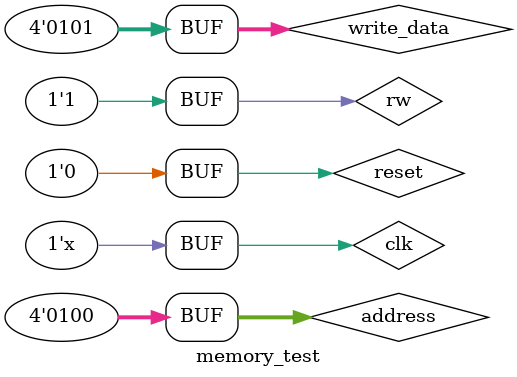
<source format=v>
module memory 
(
	input [3:0] write_data,
	input rw,reset,clk,
	input [3:0] address,
	output reg [3:0] read_data
);
	reg [3:0] mem [15:0];
	
	always @ (posedge clk)
	begin
	if (reset == 0)
	begin
	if (rw == 0)
	begin
	mem [address] <= write_data;
	end
	
	else
	begin
	read_data <= mem [address];
	end
	end
	
	else
	begin
	mem[0] <= 0;
	mem[1] <= 0;
	mem[2] <= 0;
	mem[3] <= 0;
	mem[4] <= 0;
	mem[5] <= 0;
	mem[6] <= 0;
	mem[7] <= 0;
	mem[8] <= 0;
	mem[9] <= 0;
	mem[10] <= 0;
	mem[11] <= 0;
	mem[12] <= 0;
	mem[13] <= 0;
	mem[14] <= 0;
	mem[15] <= 0;
	end
	end
endmodule

module memory_test ();
	reg[3:0] write_data;
	reg rw,reset,clk;
	reg [3:0] address;
	wire [3:0] read_data;

memory mem (write_data,rw,reset,clk,address,read_data);
	always
	#3 clk = ~clk;
	initial
	begin
	reset = 1;
	#30 reset = 0; clk = 0;
	#30 rw = 0; write_data = 5; address = 4;
	#30 rw = 1; address = 4;
	end
endmodule	


</source>
